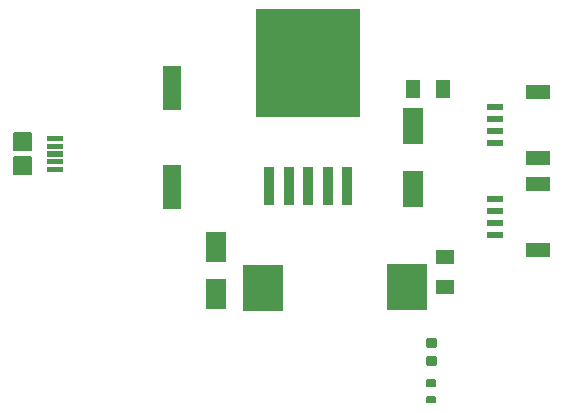
<source format=gbr>
G04 EAGLE Gerber RS-274X export*
G75*
%MOMM*%
%FSLAX34Y34*%
%LPD*%
%INSolderpaste Top*%
%IPPOS*%
%AMOC8*
5,1,8,0,0,1.08239X$1,22.5*%
G01*
%ADD10R,1.524000X3.810000*%
%ADD11R,1.651000X3.048000*%
%ADD12R,1.700000X2.500000*%
%ADD13C,0.040638*%
%ADD14C,0.152400*%
%ADD15R,1.350000X0.600000*%
%ADD16R,2.000000X1.200000*%
%ADD17R,3.500000X4.000000*%
%ADD18R,0.889000X3.302000*%
%ADD19R,8.890000X9.144000*%
%ADD20C,0.222250*%
%ADD21C,0.158750*%
%ADD22R,1.270000X1.524000*%
%ADD23R,1.524000X1.270000*%


D10*
X141224Y291592D03*
X141224Y207772D03*
D11*
X345186Y259334D03*
X345186Y205994D03*
D12*
X178054Y156906D03*
X178054Y116906D03*
D13*
X34874Y247119D02*
X34874Y250777D01*
X47930Y250777D01*
X47930Y247119D01*
X34874Y247119D01*
X34874Y247505D02*
X47930Y247505D01*
X47930Y247891D02*
X34874Y247891D01*
X34874Y248277D02*
X47930Y248277D01*
X47930Y248663D02*
X34874Y248663D01*
X34874Y249049D02*
X47930Y249049D01*
X47930Y249435D02*
X34874Y249435D01*
X34874Y249821D02*
X47930Y249821D01*
X47930Y250207D02*
X34874Y250207D01*
X34874Y250593D02*
X47930Y250593D01*
X34874Y244173D02*
X34874Y240515D01*
X34874Y244173D02*
X47930Y244173D01*
X47930Y240515D01*
X34874Y240515D01*
X34874Y240901D02*
X47930Y240901D01*
X47930Y241287D02*
X34874Y241287D01*
X34874Y241673D02*
X47930Y241673D01*
X47930Y242059D02*
X34874Y242059D01*
X34874Y242445D02*
X47930Y242445D01*
X47930Y242831D02*
X34874Y242831D01*
X34874Y243217D02*
X47930Y243217D01*
X47930Y243603D02*
X34874Y243603D01*
X34874Y243989D02*
X47930Y243989D01*
X34874Y237569D02*
X34874Y233911D01*
X34874Y237569D02*
X47930Y237569D01*
X47930Y233911D01*
X34874Y233911D01*
X34874Y234297D02*
X47930Y234297D01*
X47930Y234683D02*
X34874Y234683D01*
X34874Y235069D02*
X47930Y235069D01*
X47930Y235455D02*
X34874Y235455D01*
X34874Y235841D02*
X47930Y235841D01*
X47930Y236227D02*
X34874Y236227D01*
X34874Y236613D02*
X47930Y236613D01*
X47930Y236999D02*
X34874Y236999D01*
X34874Y237385D02*
X47930Y237385D01*
X34874Y230965D02*
X34874Y227307D01*
X34874Y230965D02*
X47930Y230965D01*
X47930Y227307D01*
X34874Y227307D01*
X34874Y227693D02*
X47930Y227693D01*
X47930Y228079D02*
X34874Y228079D01*
X34874Y228465D02*
X47930Y228465D01*
X47930Y228851D02*
X34874Y228851D01*
X34874Y229237D02*
X47930Y229237D01*
X47930Y229623D02*
X34874Y229623D01*
X34874Y230009D02*
X47930Y230009D01*
X47930Y230395D02*
X34874Y230395D01*
X34874Y230781D02*
X47930Y230781D01*
X34874Y224361D02*
X34874Y220703D01*
X34874Y224361D02*
X47930Y224361D01*
X47930Y220703D01*
X34874Y220703D01*
X34874Y221089D02*
X47930Y221089D01*
X47930Y221475D02*
X34874Y221475D01*
X34874Y221861D02*
X47930Y221861D01*
X47930Y222247D02*
X34874Y222247D01*
X34874Y222633D02*
X47930Y222633D01*
X47930Y223019D02*
X34874Y223019D01*
X34874Y223405D02*
X47930Y223405D01*
X47930Y223791D02*
X34874Y223791D01*
X34874Y224177D02*
X47930Y224177D01*
D14*
X7620Y239042D02*
X7620Y252758D01*
X21336Y252758D01*
X21336Y239042D01*
X7620Y239042D01*
X7620Y240490D02*
X21336Y240490D01*
X21336Y241938D02*
X7620Y241938D01*
X7620Y243386D02*
X21336Y243386D01*
X21336Y244834D02*
X7620Y244834D01*
X7620Y246282D02*
X21336Y246282D01*
X21336Y247730D02*
X7620Y247730D01*
X7620Y249178D02*
X21336Y249178D01*
X21336Y250626D02*
X7620Y250626D01*
X7620Y252074D02*
X21336Y252074D01*
X7620Y232438D02*
X7620Y218722D01*
X7620Y232438D02*
X21336Y232438D01*
X21336Y218722D01*
X7620Y218722D01*
X7620Y220170D02*
X21336Y220170D01*
X21336Y221618D02*
X7620Y221618D01*
X7620Y223066D02*
X21336Y223066D01*
X21336Y224514D02*
X7620Y224514D01*
X7620Y225962D02*
X21336Y225962D01*
X21336Y227410D02*
X7620Y227410D01*
X7620Y228858D02*
X21336Y228858D01*
X21336Y230306D02*
X7620Y230306D01*
X7620Y231754D02*
X21336Y231754D01*
D15*
X414400Y245000D03*
X414400Y255000D03*
X414400Y265000D03*
X414400Y275000D03*
D16*
X451150Y288000D03*
X451150Y232000D03*
D15*
X414400Y167000D03*
X414400Y177000D03*
X414400Y187000D03*
X414400Y197000D03*
D16*
X451150Y210000D03*
X451150Y154000D03*
D17*
X218400Y121928D03*
X340400Y122428D03*
D18*
X223266Y208026D03*
X239776Y208026D03*
X256286Y208026D03*
X272796Y208026D03*
X289306Y208026D03*
D19*
X256286Y312166D03*
D20*
X363760Y63786D02*
X363760Y57118D01*
X357092Y57118D01*
X357092Y63786D01*
X363760Y63786D01*
X363760Y59230D02*
X357092Y59230D01*
X357092Y61342D02*
X363760Y61342D01*
X363760Y63454D02*
X357092Y63454D01*
X363760Y72358D02*
X363760Y79026D01*
X363760Y72358D02*
X357092Y72358D01*
X357092Y79026D01*
X363760Y79026D01*
X363760Y74470D02*
X357092Y74470D01*
X357092Y76582D02*
X363760Y76582D01*
X363760Y78694D02*
X357092Y78694D01*
D21*
X357220Y43910D02*
X357220Y39148D01*
X357220Y43910D02*
X363632Y43910D01*
X363632Y39148D01*
X357220Y39148D01*
X357220Y40657D02*
X363632Y40657D01*
X363632Y42166D02*
X357220Y42166D01*
X357220Y43675D02*
X363632Y43675D01*
X357220Y29940D02*
X357220Y25178D01*
X357220Y29940D02*
X363632Y29940D01*
X363632Y25178D01*
X357220Y25178D01*
X357220Y26687D02*
X363632Y26687D01*
X363632Y28196D02*
X357220Y28196D01*
X357220Y29705D02*
X363632Y29705D01*
D22*
X345440Y290322D03*
X370840Y290322D03*
D23*
X371856Y148082D03*
X371856Y122682D03*
M02*

</source>
